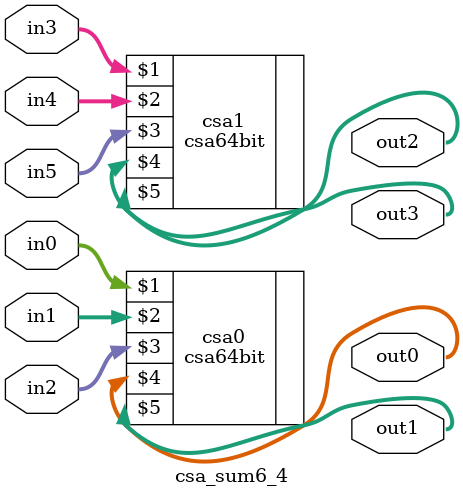
<source format=v>
module csa_sum6_4(
	input [63:0] in0,
	input [63:0] in1,
	input [63:0] in2,
	input [63:0] in3,
	input [63:0] in4,
	input [63:0] in5,
	output [63:0] out0,
	output [63:0] out1,
	output [63:0] out2,
	output [63:0] out3
	);
	csa64bit csa0(in0[63:0], in1[63:0], in2[63:0], out0[63:0], out1[63:0]);
	csa64bit csa1(in3[63:0], in4[63:0], in5[63:0], out2[63:0], out3[63:0]);
endmodule

</source>
